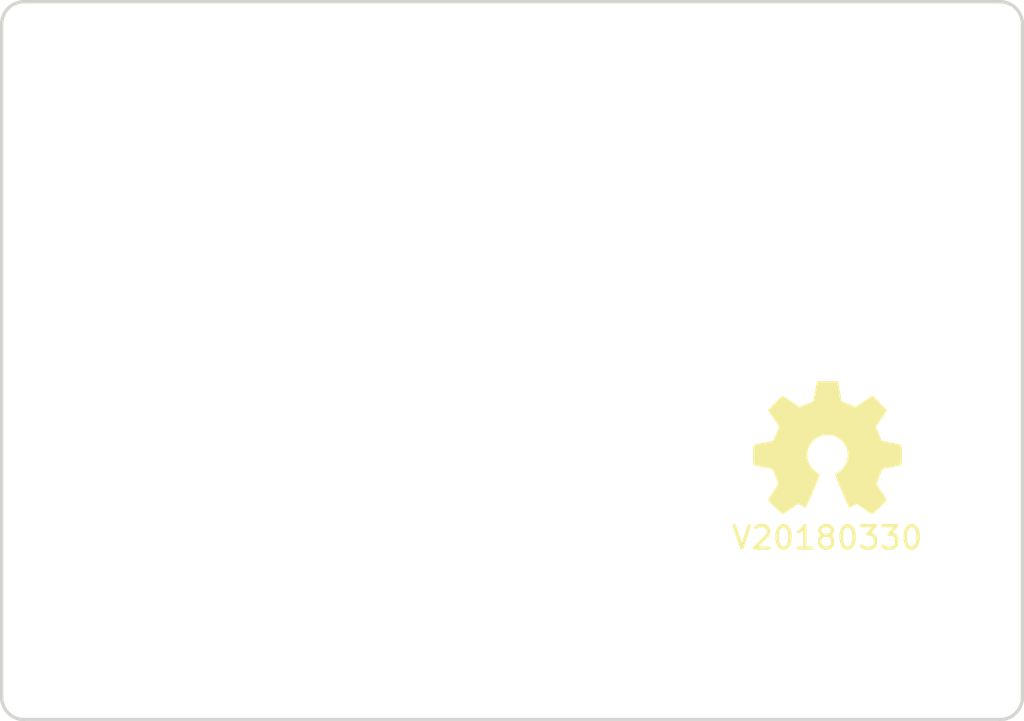
<source format=kicad_pcb>
(kicad_pcb (version 4) (host pcbnew 4.0.7-e2-6376~58~ubuntu17.04.1)

  (general
    (links 0)
    (no_connects 0)
    (area 123.124999 85.024999 168.775001 117.175001)
    (thickness 1.6)
    (drawings 8)
    (tracks 0)
    (zones 0)
    (modules 5)
    (nets 1)
  )

  (page A4)
  (layers
    (0 F.Cu signal)
    (31 B.Cu signal)
    (32 B.Adhes user)
    (33 F.Adhes user)
    (34 B.Paste user)
    (35 F.Paste user)
    (36 B.SilkS user)
    (37 F.SilkS user)
    (38 B.Mask user)
    (39 F.Mask user)
    (40 Dwgs.User user)
    (41 Cmts.User user)
    (42 Eco1.User user)
    (43 Eco2.User user)
    (44 Edge.Cuts user)
    (45 Margin user)
    (46 B.CrtYd user)
    (47 F.CrtYd user)
    (48 B.Fab user)
    (49 F.Fab user)
  )

  (setup
    (last_trace_width 0.1524)
    (user_trace_width 0.1524)
    (user_trace_width 0.2)
    (user_trace_width 0.3)
    (user_trace_width 0.4)
    (user_trace_width 0.6)
    (user_trace_width 1)
    (user_trace_width 1.5)
    (user_trace_width 2)
    (trace_clearance 0.1524)
    (zone_clearance 0.508)
    (zone_45_only no)
    (trace_min 0.1524)
    (segment_width 0.2)
    (edge_width 0.15)
    (via_size 0.381)
    (via_drill 0.254)
    (via_min_size 0.381)
    (via_min_drill 0.254)
    (user_via 0.381 0.254)
    (user_via 0.55 0.4)
    (user_via 0.75 0.6)
    (user_via 0.95 0.8)
    (user_via 1.3 1)
    (user_via 1.5 1.2)
    (user_via 1.7 1.4)
    (user_via 1.9 1.6)
    (uvia_size 0.381)
    (uvia_drill 0.254)
    (uvias_allowed no)
    (uvia_min_size 0.381)
    (uvia_min_drill 0.254)
    (pcb_text_width 0.3)
    (pcb_text_size 1.5 1.5)
    (mod_edge_width 0.15)
    (mod_text_size 1 1)
    (mod_text_width 0.15)
    (pad_size 1.524 1.524)
    (pad_drill 0.762)
    (pad_to_mask_clearance 0.2)
    (aux_axis_origin 0 0)
    (visible_elements FFFFFF7F)
    (pcbplotparams
      (layerselection 0x00030_80000001)
      (usegerberextensions false)
      (excludeedgelayer true)
      (linewidth 0.100000)
      (plotframeref false)
      (viasonmask false)
      (mode 1)
      (useauxorigin false)
      (hpglpennumber 1)
      (hpglpenspeed 20)
      (hpglpendiameter 15)
      (hpglpenoverlay 2)
      (psnegative false)
      (psa4output false)
      (plotreference true)
      (plotvalue true)
      (plotinvisibletext false)
      (padsonsilk false)
      (subtractmaskfromsilk false)
      (outputformat 1)
      (mirror false)
      (drillshape 1)
      (scaleselection 1)
      (outputdirectory ""))
  )

  (net 0 "")

  (net_class Default "This is the default net class."
    (clearance 0.1524)
    (trace_width 0.1524)
    (via_dia 0.381)
    (via_drill 0.254)
    (uvia_dia 0.381)
    (uvia_drill 0.254)
  )

  (module Symbols:OSHW-Symbol_6.7x6mm_SilkScreen (layer F.Cu) (tedit 0) (tstamp 5A135134)
    (at 160 105)
    (descr "Open Source Hardware Symbol")
    (tags "Logo Symbol OSHW")
    (path /5A135869)
    (attr virtual)
    (fp_text reference N1 (at 0 0) (layer F.SilkS) hide
      (effects (font (size 1 1) (thickness 0.15)))
    )
    (fp_text value OHWLOGO (at 0.75 0) (layer F.Fab) hide
      (effects (font (size 1 1) (thickness 0.15)))
    )
    (fp_poly (pts (xy 0.555814 -2.531069) (xy 0.639635 -2.086445) (xy 0.94892 -1.958947) (xy 1.258206 -1.831449)
      (xy 1.629246 -2.083754) (xy 1.733157 -2.154004) (xy 1.827087 -2.216728) (xy 1.906652 -2.269062)
      (xy 1.96747 -2.308143) (xy 2.005157 -2.331107) (xy 2.015421 -2.336058) (xy 2.03391 -2.323324)
      (xy 2.07342 -2.288118) (xy 2.129522 -2.234938) (xy 2.197787 -2.168282) (xy 2.273786 -2.092646)
      (xy 2.353092 -2.012528) (xy 2.431275 -1.932426) (xy 2.503907 -1.856836) (xy 2.566559 -1.790255)
      (xy 2.614803 -1.737182) (xy 2.64421 -1.702113) (xy 2.651241 -1.690377) (xy 2.641123 -1.66874)
      (xy 2.612759 -1.621338) (xy 2.569129 -1.552807) (xy 2.513218 -1.467785) (xy 2.448006 -1.370907)
      (xy 2.410219 -1.31565) (xy 2.341343 -1.214752) (xy 2.28014 -1.123701) (xy 2.229578 -1.04703)
      (xy 2.192628 -0.989272) (xy 2.172258 -0.954957) (xy 2.169197 -0.947746) (xy 2.176136 -0.927252)
      (xy 2.195051 -0.879487) (xy 2.223087 -0.811168) (xy 2.257391 -0.729011) (xy 2.295109 -0.63973)
      (xy 2.333387 -0.550042) (xy 2.36937 -0.466662) (xy 2.400206 -0.396306) (xy 2.423039 -0.34569)
      (xy 2.435017 -0.321529) (xy 2.435724 -0.320578) (xy 2.454531 -0.315964) (xy 2.504618 -0.305672)
      (xy 2.580793 -0.290713) (xy 2.677865 -0.272099) (xy 2.790643 -0.250841) (xy 2.856442 -0.238582)
      (xy 2.97695 -0.215638) (xy 3.085797 -0.193805) (xy 3.177476 -0.174278) (xy 3.246481 -0.158252)
      (xy 3.287304 -0.146921) (xy 3.295511 -0.143326) (xy 3.303548 -0.118994) (xy 3.310033 -0.064041)
      (xy 3.31497 0.015108) (xy 3.318364 0.112026) (xy 3.320218 0.220287) (xy 3.320538 0.333465)
      (xy 3.319327 0.445135) (xy 3.31659 0.548868) (xy 3.312331 0.638241) (xy 3.306555 0.706826)
      (xy 3.299267 0.748197) (xy 3.294895 0.75681) (xy 3.268764 0.767133) (xy 3.213393 0.781892)
      (xy 3.136107 0.799352) (xy 3.04423 0.81778) (xy 3.012158 0.823741) (xy 2.857524 0.852066)
      (xy 2.735375 0.874876) (xy 2.641673 0.89308) (xy 2.572384 0.907583) (xy 2.523471 0.919292)
      (xy 2.490897 0.929115) (xy 2.470628 0.937956) (xy 2.458626 0.946724) (xy 2.456947 0.948457)
      (xy 2.440184 0.976371) (xy 2.414614 1.030695) (xy 2.382788 1.104777) (xy 2.34726 1.191965)
      (xy 2.310583 1.285608) (xy 2.275311 1.379052) (xy 2.243996 1.465647) (xy 2.219193 1.53874)
      (xy 2.203454 1.591678) (xy 2.199332 1.617811) (xy 2.199676 1.618726) (xy 2.213641 1.640086)
      (xy 2.245322 1.687084) (xy 2.291391 1.754827) (xy 2.348518 1.838423) (xy 2.413373 1.932982)
      (xy 2.431843 1.959854) (xy 2.497699 2.057275) (xy 2.55565 2.146163) (xy 2.602538 2.221412)
      (xy 2.635207 2.27792) (xy 2.6505 2.310581) (xy 2.651241 2.314593) (xy 2.638392 2.335684)
      (xy 2.602888 2.377464) (xy 2.549293 2.435445) (xy 2.482171 2.505135) (xy 2.406087 2.582045)
      (xy 2.325604 2.661683) (xy 2.245287 2.739561) (xy 2.169699 2.811186) (xy 2.103405 2.87207)
      (xy 2.050969 2.917721) (xy 2.016955 2.94365) (xy 2.007545 2.947883) (xy 1.985643 2.937912)
      (xy 1.9408 2.91102) (xy 1.880321 2.871736) (xy 1.833789 2.840117) (xy 1.749475 2.782098)
      (xy 1.649626 2.713784) (xy 1.549473 2.645579) (xy 1.495627 2.609075) (xy 1.313371 2.4858)
      (xy 1.160381 2.56852) (xy 1.090682 2.604759) (xy 1.031414 2.632926) (xy 0.991311 2.648991)
      (xy 0.981103 2.651226) (xy 0.968829 2.634722) (xy 0.944613 2.588082) (xy 0.910263 2.515609)
      (xy 0.867588 2.421606) (xy 0.818394 2.310374) (xy 0.76449 2.186215) (xy 0.707684 2.053432)
      (xy 0.649782 1.916327) (xy 0.592593 1.779202) (xy 0.537924 1.646358) (xy 0.487584 1.522098)
      (xy 0.44338 1.410725) (xy 0.407119 1.316539) (xy 0.380609 1.243844) (xy 0.365658 1.196941)
      (xy 0.363254 1.180833) (xy 0.382311 1.160286) (xy 0.424036 1.126933) (xy 0.479706 1.087702)
      (xy 0.484378 1.084599) (xy 0.628264 0.969423) (xy 0.744283 0.835053) (xy 0.83143 0.685784)
      (xy 0.888699 0.525913) (xy 0.915086 0.359737) (xy 0.909585 0.191552) (xy 0.87119 0.025655)
      (xy 0.798895 -0.133658) (xy 0.777626 -0.168513) (xy 0.666996 -0.309263) (xy 0.536302 -0.422286)
      (xy 0.390064 -0.506997) (xy 0.232808 -0.562806) (xy 0.069057 -0.589126) (xy -0.096667 -0.58537)
      (xy -0.259838 -0.55095) (xy -0.415935 -0.485277) (xy -0.560433 -0.387765) (xy -0.605131 -0.348187)
      (xy -0.718888 -0.224297) (xy -0.801782 -0.093876) (xy -0.858644 0.052315) (xy -0.890313 0.197088)
      (xy -0.898131 0.35986) (xy -0.872062 0.52344) (xy -0.814755 0.682298) (xy -0.728856 0.830906)
      (xy -0.617014 0.963735) (xy -0.481877 1.075256) (xy -0.464117 1.087011) (xy -0.40785 1.125508)
      (xy -0.365077 1.158863) (xy -0.344628 1.18016) (xy -0.344331 1.180833) (xy -0.348721 1.203871)
      (xy -0.366124 1.256157) (xy -0.394732 1.33339) (xy -0.432735 1.431268) (xy -0.478326 1.545491)
      (xy -0.529697 1.671758) (xy -0.585038 1.805767) (xy -0.642542 1.943218) (xy -0.700399 2.079808)
      (xy -0.756802 2.211237) (xy -0.809942 2.333205) (xy -0.85801 2.441409) (xy -0.899199 2.531549)
      (xy -0.931699 2.599323) (xy -0.953703 2.64043) (xy -0.962564 2.651226) (xy -0.98964 2.642819)
      (xy -1.040303 2.620272) (xy -1.105817 2.587613) (xy -1.141841 2.56852) (xy -1.294832 2.4858)
      (xy -1.477088 2.609075) (xy -1.570125 2.672228) (xy -1.671985 2.741727) (xy -1.767438 2.807165)
      (xy -1.81525 2.840117) (xy -1.882495 2.885273) (xy -1.939436 2.921057) (xy -1.978646 2.942938)
      (xy -1.991381 2.947563) (xy -2.009917 2.935085) (xy -2.050941 2.900252) (xy -2.110475 2.846678)
      (xy -2.184542 2.777983) (xy -2.269165 2.697781) (xy -2.322685 2.646286) (xy -2.416319 2.554286)
      (xy -2.497241 2.471999) (xy -2.562177 2.402945) (xy -2.607858 2.350644) (xy -2.631011 2.318616)
      (xy -2.633232 2.312116) (xy -2.622924 2.287394) (xy -2.594439 2.237405) (xy -2.550937 2.167212)
      (xy -2.495577 2.081875) (xy -2.43152 1.986456) (xy -2.413303 1.959854) (xy -2.346927 1.863167)
      (xy -2.287378 1.776117) (xy -2.237984 1.703595) (xy -2.202075 1.650493) (xy -2.182981 1.621703)
      (xy -2.181136 1.618726) (xy -2.183895 1.595782) (xy -2.198538 1.545336) (xy -2.222513 1.474041)
      (xy -2.253266 1.388547) (xy -2.288244 1.295507) (xy -2.324893 1.201574) (xy -2.360661 1.113399)
      (xy -2.392994 1.037634) (xy -2.419338 0.980931) (xy -2.437142 0.949943) (xy -2.438407 0.948457)
      (xy -2.449294 0.939601) (xy -2.467682 0.930843) (xy -2.497606 0.921277) (xy -2.543103 0.909996)
      (xy -2.608209 0.896093) (xy -2.696961 0.878663) (xy -2.813393 0.856798) (xy -2.961542 0.829591)
      (xy -2.993618 0.823741) (xy -3.088686 0.805374) (xy -3.171565 0.787405) (xy -3.23493 0.771569)
      (xy -3.271458 0.7596) (xy -3.276356 0.75681) (xy -3.284427 0.732072) (xy -3.290987 0.67679)
      (xy -3.296033 0.597389) (xy -3.299559 0.500296) (xy -3.301561 0.391938) (xy -3.302036 0.27874)
      (xy -3.300977 0.167128) (xy -3.298382 0.063529) (xy -3.294246 -0.025632) (xy -3.288563 -0.093928)
      (xy -3.281331 -0.134934) (xy -3.276971 -0.143326) (xy -3.252698 -0.151792) (xy -3.197426 -0.165565)
      (xy -3.116662 -0.18345) (xy -3.015912 -0.204252) (xy -2.900683 -0.226777) (xy -2.837902 -0.238582)
      (xy -2.718787 -0.260849) (xy -2.612565 -0.281021) (xy -2.524427 -0.298085) (xy -2.459566 -0.311031)
      (xy -2.423174 -0.318845) (xy -2.417184 -0.320578) (xy -2.407061 -0.34011) (xy -2.385662 -0.387157)
      (xy -2.355839 -0.454997) (xy -2.320445 -0.536909) (xy -2.282332 -0.626172) (xy -2.244353 -0.716065)
      (xy -2.20936 -0.799865) (xy -2.180206 -0.870853) (xy -2.159743 -0.922306) (xy -2.150823 -0.947503)
      (xy -2.150657 -0.948604) (xy -2.160769 -0.968481) (xy -2.189117 -1.014223) (xy -2.232723 -1.081283)
      (xy -2.288606 -1.165116) (xy -2.353787 -1.261174) (xy -2.391679 -1.31635) (xy -2.460725 -1.417519)
      (xy -2.52205 -1.50937) (xy -2.572663 -1.587256) (xy -2.609571 -1.646531) (xy -2.629782 -1.682549)
      (xy -2.632701 -1.690623) (xy -2.620153 -1.709416) (xy -2.585463 -1.749543) (xy -2.533063 -1.806507)
      (xy -2.467384 -1.875815) (xy -2.392856 -1.952969) (xy -2.313913 -2.033475) (xy -2.234983 -2.112837)
      (xy -2.1605 -2.18656) (xy -2.094894 -2.250148) (xy -2.042596 -2.299106) (xy -2.008039 -2.328939)
      (xy -1.996478 -2.336058) (xy -1.977654 -2.326047) (xy -1.932631 -2.297922) (xy -1.865787 -2.254546)
      (xy -1.781499 -2.198782) (xy -1.684144 -2.133494) (xy -1.610707 -2.083754) (xy -1.239667 -1.831449)
      (xy -0.621095 -2.086445) (xy -0.537275 -2.531069) (xy -0.453454 -2.975693) (xy 0.471994 -2.975693)
      (xy 0.555814 -2.531069)) (layer F.SilkS) (width 0.01))
  )

  (module SquantorLabels:Label_version (layer F.Cu) (tedit 59D3ED5E) (tstamp 5A135138)
    (at 160 109)
    (path /5A1357A5)
    (fp_text reference N2 (at 0 2) (layer F.Fab) hide
      (effects (font (size 1 1) (thickness 0.15)))
    )
    (fp_text value V20180330 (at 0 0) (layer F.SilkS)
      (effects (font (size 1 1) (thickness 0.15)))
    )
  )

  (module SquantorPcbOutline:MountingHole_3.2mm_no_metal locked (layer F.Cu) (tedit 5A135631) (tstamp 5A135345)
    (at 126.59 113.65)
    (path /5A135980)
    (fp_text reference H1 (at 0 -3) (layer F.SilkS) hide
      (effects (font (size 1 1) (thickness 0.15)))
    )
    (fp_text value Drill_Hole_no_metal (at 0 3) (layer F.Fab) hide
      (effects (font (size 1 1) (thickness 0.15)))
    )
    (pad "" np_thru_hole circle (at 0 0) (size 3.2 3.2) (drill 3.2) (layers *.Cu *.Mask))
  )

  (module SquantorPcbOutline:MountingHole_3.2mm_no_metal locked (layer F.Cu) (tedit 5A135626) (tstamp 5A13534A)
    (at 126.59 88.55)
    (path /5A1359C7)
    (fp_text reference H2 (at 0 -3) (layer F.SilkS) hide
      (effects (font (size 1 1) (thickness 0.15)))
    )
    (fp_text value Drill_Hole_no_metal (at 0 3) (layer F.Fab) hide
      (effects (font (size 1 1) (thickness 0.15)))
    )
    (pad "" np_thru_hole circle (at 0 0) (size 3.2 3.2) (drill 3.2) (layers *.Cu *.Mask))
  )

  (module SquantorPcbOutline:MountingHole_2.2mm_no_metal locked (layer F.Cu) (tedit 5A13563B) (tstamp 5A13534F)
    (at 148 101.1)
    (path /5A135A0C)
    (fp_text reference H3 (at 0 -3) (layer F.SilkS) hide
      (effects (font (size 1 1) (thickness 0.15)))
    )
    (fp_text value Drill_Hole_no_metal (at 0 3) (layer F.Fab) hide
      (effects (font (size 1 1) (thickness 0.15)))
    )
    (pad "" np_thru_hole circle (at 0 0) (size 2.2 2.2) (drill 2.2) (layers *.Cu *.Mask))
  )

  (gr_arc (start 124.2 116.1) (end 124.2 117.1) (angle 90) (layer Edge.Cuts) (width 0.15))
  (gr_arc (start 167.7 116.1) (end 168.7 116.1) (angle 90) (layer Edge.Cuts) (width 0.15))
  (gr_arc (start 167.7 86.1) (end 167.7 85.1) (angle 90) (layer Edge.Cuts) (width 0.15))
  (gr_arc (start 124.2 86.1) (end 123.2 86.1) (angle 90) (layer Edge.Cuts) (width 0.15))
  (gr_line (start 123.2 116.1) (end 123.2 86.1) (layer Edge.Cuts) (width 0.15))
  (gr_line (start 167.7 117.1) (end 124.2 117.1) (layer Edge.Cuts) (width 0.15))
  (gr_line (start 168.7 86.1) (end 168.7 116.1) (layer Edge.Cuts) (width 0.15))
  (gr_line (start 124.2 85.1) (end 167.7 85.1) (layer Edge.Cuts) (width 0.15))

)

</source>
